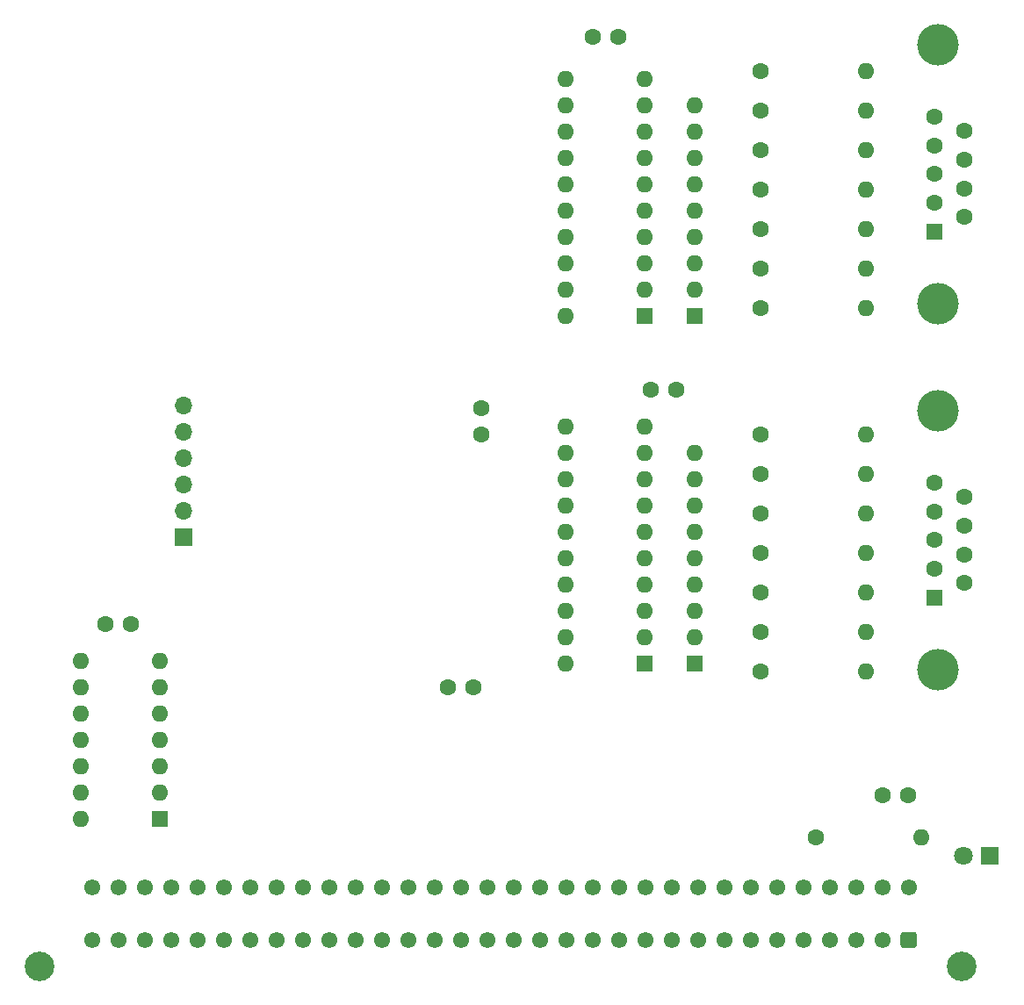
<source format=gbs>
G04 #@! TF.GenerationSoftware,KiCad,Pcbnew,(5.1.10)-1*
G04 #@! TF.CreationDate,2021-07-30T10:40:04+01:00*
G04 #@! TF.ProjectId,JoypadController,4a6f7970-6164-4436-9f6e-74726f6c6c65,rev?*
G04 #@! TF.SameCoordinates,Original*
G04 #@! TF.FileFunction,Soldermask,Bot*
G04 #@! TF.FilePolarity,Negative*
%FSLAX46Y46*%
G04 Gerber Fmt 4.6, Leading zero omitted, Abs format (unit mm)*
G04 Created by KiCad (PCBNEW (5.1.10)-1) date 2021-07-30 10:40:04*
%MOMM*%
%LPD*%
G01*
G04 APERTURE LIST*
%ADD10O,1.600000X1.600000*%
%ADD11R,1.600000X1.600000*%
%ADD12C,1.600000*%
%ADD13C,4.000000*%
%ADD14O,1.700000X1.700000*%
%ADD15R,1.700000X1.700000*%
%ADD16C,1.550000*%
%ADD17C,2.850000*%
%ADD18C,1.800000*%
%ADD19R,1.800000X1.800000*%
G04 APERTURE END LIST*
D10*
X109474000Y-133096000D03*
X117094000Y-117856000D03*
X109474000Y-130556000D03*
X117094000Y-120396000D03*
X109474000Y-128016000D03*
X117094000Y-122936000D03*
X109474000Y-125476000D03*
X117094000Y-125476000D03*
X109474000Y-122936000D03*
X117094000Y-128016000D03*
X109474000Y-120396000D03*
X117094000Y-130556000D03*
X109474000Y-117856000D03*
D11*
X117094000Y-133096000D03*
D10*
X156210000Y-118110000D03*
X163830000Y-95250000D03*
X156210000Y-115570000D03*
X163830000Y-97790000D03*
X156210000Y-113030000D03*
X163830000Y-100330000D03*
X156210000Y-110490000D03*
X163830000Y-102870000D03*
X156210000Y-107950000D03*
X163830000Y-105410000D03*
X156210000Y-105410000D03*
X163830000Y-107950000D03*
X156210000Y-102870000D03*
X163830000Y-110490000D03*
X156210000Y-100330000D03*
X163830000Y-113030000D03*
X156210000Y-97790000D03*
X163830000Y-115570000D03*
X156210000Y-95250000D03*
D11*
X163830000Y-118110000D03*
D10*
X156210000Y-84582000D03*
X163830000Y-61722000D03*
X156210000Y-82042000D03*
X163830000Y-64262000D03*
X156210000Y-79502000D03*
X163830000Y-66802000D03*
X156210000Y-76962000D03*
X163830000Y-69342000D03*
X156210000Y-74422000D03*
X163830000Y-71882000D03*
X156210000Y-71882000D03*
X163830000Y-74422000D03*
X156210000Y-69342000D03*
X163830000Y-76962000D03*
X156210000Y-66802000D03*
X163830000Y-79502000D03*
X156210000Y-64262000D03*
X163830000Y-82042000D03*
X156210000Y-61722000D03*
D11*
X163830000Y-84582000D03*
D10*
X168656000Y-97790000D03*
X168656000Y-100330000D03*
X168656000Y-102870000D03*
X168656000Y-105410000D03*
X168656000Y-107950000D03*
X168656000Y-110490000D03*
X168656000Y-113030000D03*
X168656000Y-115570000D03*
D11*
X168656000Y-118110000D03*
D10*
X168656000Y-64262000D03*
X168656000Y-66802000D03*
X168656000Y-69342000D03*
X168656000Y-71882000D03*
X168656000Y-74422000D03*
X168656000Y-76962000D03*
X168656000Y-79502000D03*
X168656000Y-82042000D03*
D11*
X168656000Y-84582000D03*
D10*
X190500000Y-134874000D03*
D12*
X180340000Y-134874000D03*
D10*
X185166000Y-118872000D03*
D12*
X175006000Y-118872000D03*
D10*
X185166000Y-115062000D03*
D12*
X175006000Y-115062000D03*
D10*
X185166000Y-111252000D03*
D12*
X175006000Y-111252000D03*
D10*
X185166000Y-107442000D03*
D12*
X175006000Y-107442000D03*
D10*
X185166000Y-103632000D03*
D12*
X175006000Y-103632000D03*
D10*
X185166000Y-99822000D03*
D12*
X175006000Y-99822000D03*
D10*
X185166000Y-96012000D03*
D12*
X175006000Y-96012000D03*
D10*
X185166000Y-83820000D03*
D12*
X175006000Y-83820000D03*
D10*
X185166000Y-80010000D03*
D12*
X175006000Y-80010000D03*
D10*
X185166000Y-76200000D03*
D12*
X175006000Y-76200000D03*
D10*
X185166000Y-72390000D03*
D12*
X175006000Y-72390000D03*
D10*
X185166000Y-68580000D03*
D12*
X175006000Y-68580000D03*
D10*
X185166000Y-64770000D03*
D12*
X175006000Y-64770000D03*
D10*
X185166000Y-60960000D03*
D12*
X175006000Y-60960000D03*
D13*
X192070000Y-93720000D03*
X192070000Y-118720000D03*
D12*
X194610000Y-102065000D03*
X194610000Y-104835000D03*
X194610000Y-107605000D03*
X194610000Y-110375000D03*
X191770000Y-100680000D03*
X191770000Y-103450000D03*
X191770000Y-106220000D03*
X191770000Y-108990000D03*
D11*
X191770000Y-111760000D03*
D13*
X192070000Y-58414000D03*
X192070000Y-83414000D03*
D12*
X194610000Y-66759000D03*
X194610000Y-69529000D03*
X194610000Y-72299000D03*
X194610000Y-75069000D03*
X191770000Y-65374000D03*
X191770000Y-68144000D03*
X191770000Y-70914000D03*
X191770000Y-73684000D03*
D11*
X191770000Y-76454000D03*
D14*
X119380000Y-93218000D03*
X119380000Y-95758000D03*
X119380000Y-98298000D03*
X119380000Y-100838000D03*
X119380000Y-103378000D03*
D15*
X119380000Y-105918000D03*
D16*
X110508000Y-139720000D03*
X113048000Y-139720000D03*
X115588000Y-139720000D03*
X118128000Y-139720000D03*
X120668000Y-139720000D03*
X123208000Y-139720000D03*
X125748000Y-139720000D03*
X128288000Y-139720000D03*
X130828000Y-139720000D03*
X133368000Y-139720000D03*
X135908000Y-139720000D03*
X138448000Y-139720000D03*
X140988000Y-139720000D03*
X143528000Y-139720000D03*
X146068000Y-139720000D03*
X148608000Y-139720000D03*
X151148000Y-139720000D03*
X153688000Y-139720000D03*
X156228000Y-139720000D03*
X158768000Y-139720000D03*
X161308000Y-139720000D03*
X163848000Y-139720000D03*
X166388000Y-139720000D03*
X168928000Y-139720000D03*
X171468000Y-139720000D03*
X174008000Y-139720000D03*
X176548000Y-139720000D03*
X179088000Y-139720000D03*
X181628000Y-139720000D03*
X184168000Y-139720000D03*
X186708000Y-139720000D03*
X189248000Y-139720000D03*
X110508000Y-144800000D03*
X113048000Y-144800000D03*
X115588000Y-144800000D03*
X118128000Y-144800000D03*
X120668000Y-144800000D03*
X123208000Y-144800000D03*
X125748000Y-144800000D03*
X128288000Y-144800000D03*
X130828000Y-144800000D03*
X133368000Y-144800000D03*
X135908000Y-144800000D03*
X138448000Y-144800000D03*
X140988000Y-144800000D03*
X143528000Y-144800000D03*
X146068000Y-144800000D03*
X148608000Y-144800000D03*
X151148000Y-144800000D03*
X153688000Y-144800000D03*
X156228000Y-144800000D03*
X158768000Y-144800000D03*
X161308000Y-144800000D03*
X163848000Y-144800000D03*
X166388000Y-144800000D03*
X168928000Y-144800000D03*
X171468000Y-144800000D03*
X174008000Y-144800000D03*
X176548000Y-144800000D03*
X179088000Y-144800000D03*
X181628000Y-144800000D03*
X184168000Y-144800000D03*
X186708000Y-144800000D03*
G36*
G01*
X190023000Y-144274998D02*
X190023000Y-145325002D01*
G75*
G02*
X189773002Y-145575000I-249998J0D01*
G01*
X188722998Y-145575000D01*
G75*
G02*
X188473000Y-145325002I0J249998D01*
G01*
X188473000Y-144274998D01*
G75*
G02*
X188722998Y-144025000I249998J0D01*
G01*
X189773002Y-144025000D01*
G75*
G02*
X190023000Y-144274998I0J-249998D01*
G01*
G37*
D17*
X105428000Y-147340000D03*
X194328000Y-147340000D03*
D18*
X194564000Y-136652000D03*
D19*
X197104000Y-136652000D03*
D12*
X166878000Y-91694000D03*
X164378000Y-91694000D03*
X114300000Y-114300000D03*
X111800000Y-114300000D03*
X161290000Y-57658000D03*
X158790000Y-57658000D03*
X148082000Y-96012000D03*
X148082000Y-93512000D03*
X147320000Y-120396000D03*
X144820000Y-120396000D03*
X186730000Y-130810000D03*
X189230000Y-130810000D03*
M02*

</source>
